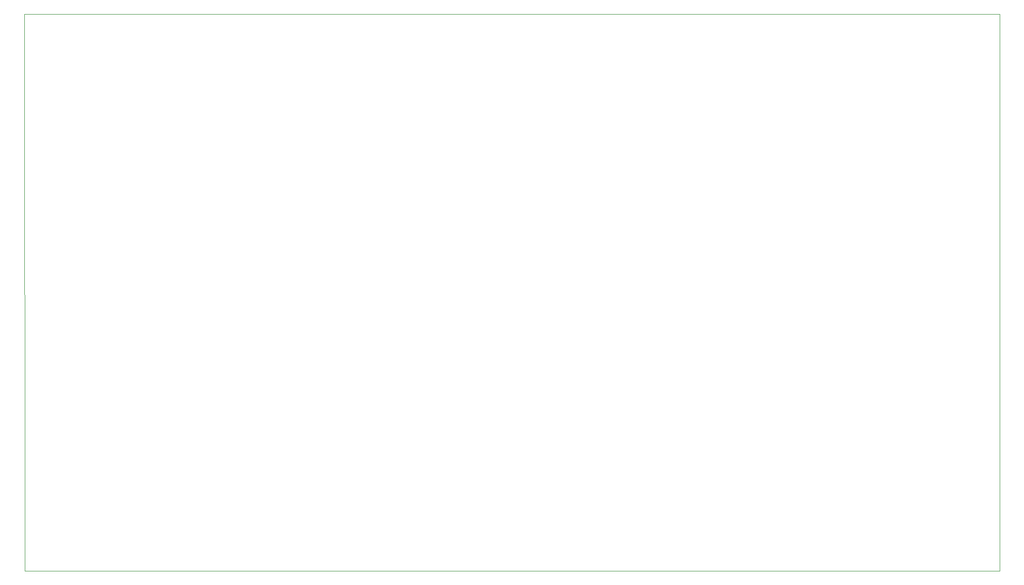
<source format=gbr>
%TF.GenerationSoftware,KiCad,Pcbnew,(5.1.9)-1*%
%TF.CreationDate,2021-05-16T20:36:29+02:00*%
%TF.ProjectId,Ardumower,41726475-6d6f-4776-9572-2e6b69636164,rev?*%
%TF.SameCoordinates,Original*%
%TF.FileFunction,Profile,NP*%
%FSLAX46Y46*%
G04 Gerber Fmt 4.6, Leading zero omitted, Abs format (unit mm)*
G04 Created by KiCad (PCBNEW (5.1.9)-1) date 2021-05-16 20:36:29*
%MOMM*%
%LPD*%
G01*
G04 APERTURE LIST*
%TA.AperFunction,Profile*%
%ADD10C,0.050000*%
%TD*%
G04 APERTURE END LIST*
D10*
X208570000Y-34610000D02*
X38800000Y-34620000D01*
X208570000Y-131620000D02*
X208570000Y-34610000D01*
X38840000Y-131620000D02*
X208570000Y-131620000D01*
X38800000Y-34620000D02*
X38840000Y-131620000D01*
M02*

</source>
